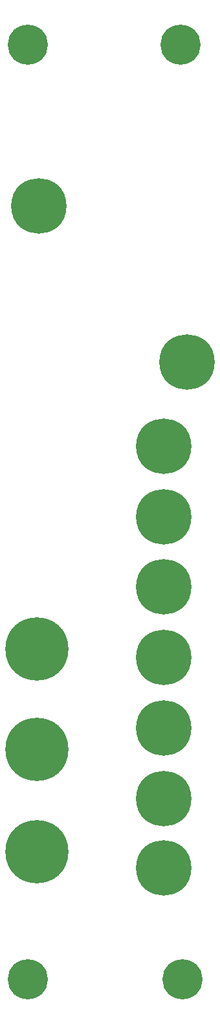
<source format=gbs>
G04 MADE WITH FRITZING*
G04 WWW.FRITZING.ORG*
G04 DOUBLE SIDED*
G04 HOLES PLATED*
G04 CONTOUR ON CENTER OF CONTOUR VECTOR*
%ASAXBY*%
%FSLAX23Y23*%
%MOIN*%
%OFA0B0*%
%SFA1.0B1.0*%
%ADD10C,0.285591*%
%ADD11C,0.206850*%
%ADD12C,0.324961*%
%LNMASK0*%
G90*
G70*
G54D10*
X191Y4114D03*
G54D11*
X921Y4945D03*
X135Y133D03*
X930Y133D03*
X136Y4945D03*
G54D12*
X181Y1835D03*
X181Y1318D03*
X181Y791D03*
G54D10*
X834Y708D03*
X834Y1064D03*
X834Y1428D03*
X834Y1790D03*
X834Y2155D03*
X834Y2514D03*
X834Y2879D03*
X956Y3311D03*
G04 End of Mask0*
M02*
</source>
